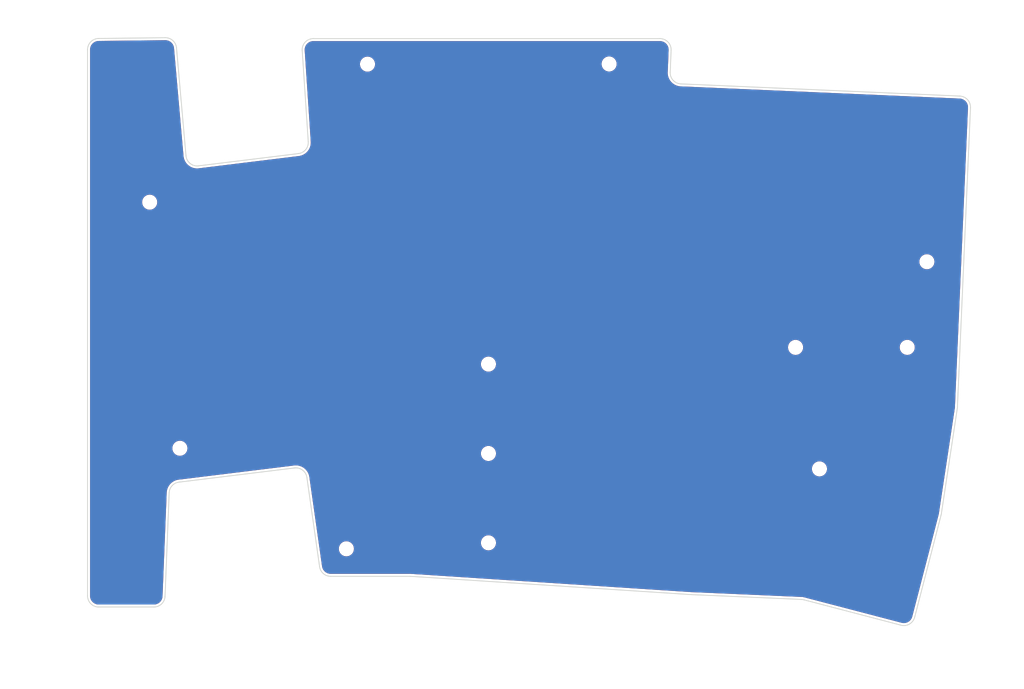
<source format=kicad_pcb>
(kicad_pcb (version 20240108) (generator "pcbnew") (generator_version "8.0")
  (title_block (title "Kivipallur_plate") (rev "1") (company "dresan"))
  (layers (0 "F.Cu" signal) (31 "B.Cu" signal) (34 "B.Paste" user) (35 "F.Paste" user) (36 "B.SilkS" user "B.Silkscreen") (37 "F.SilkS" user "F.Silkscreen") (38 "B.Mask" user) (39 "F.Mask" user) (44 "Edge.Cuts" user))
  (net 0 "")
  (footprint "MountingHole:MountingHole_2.2mm_M2" (layer "F.Cu") (at 162.41879 82.090802)
    (property "Reference" "H4" (hide yes))
    (property "Value" "MountingHole" (hide yes))
    (pad "" np_thru_hole circle (at 0 0) (size 2.2 2.2) (drill 2.2) (layers "*.Cu" "*.Mask"))
  )
  (footprint "MountingHole:MountingHole_2.2mm_M2" (layer "F.Cu") (at 205.686526 82.058936)
    (property "Reference" "H1" (hide yes))
    (property "Value" "MountingHole" (hide yes))
    (pad "" np_thru_hole circle (at 0 0) (size 2.2 2.2) (drill 2.2) (layers "*.Cu" "*.Mask"))
  )
  (footprint "MountingHole:MountingHole_2.2mm_M2" (layer "F.Cu") (at 128.817521 150.882088)
    (property "Reference" "H5" (hide yes))
    (property "Value" "MountingHole" (hide yes))
    (pad "" np_thru_hole circle (at 0 0) (size 2.2 2.2) (drill 2.2) (layers "*.Cu" "*.Mask"))
  )
  (footprint "MountingHole:MountingHole_2.2mm_M2" (layer "F.Cu") (at 184.079709 135.812965)
    (property "Reference" "H7" (hide yes))
    (property "Value" "MountingHole" (hide yes))
    (pad "" np_thru_hole circle (at 0 0) (size 2.2 2.2) (drill 2.2) (layers "*.Cu" "*.Mask"))
  )
  (footprint "MountingHole:MountingHole_2.2mm_M2" (layer "F.Cu") (at 123.406522 106.813039)
    (property "Reference" "H8" (hide yes))
    (property "Value" "MountingHole" (hide yes))
    (pad "" np_thru_hole circle (at 0 0) (size 2.2 2.2) (drill 2.2) (layers "*.Cu" "*.Mask"))
  )
  (footprint "MountingHole:MountingHole_2.2mm_M2" (layer "F.Cu") (at 239.079709 132.812965)
    (property "Reference" "H12" (hide yes))
    (property "Value" "MountingHole" (hide yes))
    (pad "" np_thru_hole circle (at 0 0) (size 2.2 2.2) (drill 2.2) (layers "*.Cu" "*.Mask"))
  )
  (footprint "MountingHole:MountingHole_2.2mm_M2" (layer "F.Cu") (at 184.079709 167.812965)
    (property "Reference" "H3" (hide yes))
    (property "Value" "MountingHole" (hide yes))
    (pad "" np_thru_hole circle (at 0 0) (size 2.2 2.2) (drill 2.2) (layers "*.Cu" "*.Mask"))
  )
  (footprint "MountingHole:MountingHole_2.2mm_M2" (layer "F.Cu") (at 262.595864 117.474995)
    (property "Reference" "H10" (hide yes))
    (property "Value" "MountingHole" (hide yes))
    (pad "" np_thru_hole circle (at 0 0) (size 2.2 2.2) (drill 2.2) (layers "*.Cu" "*.Mask"))
  )
  (footprint "MountingHole:MountingHole_2.2mm_M2" (layer "F.Cu") (at 184.079709 151.812965)
    (property "Reference" "H6" (hide yes))
    (property "Value" "MountingHole" (hide yes))
    (pad "" np_thru_hole circle (at 0 0) (size 2.2 2.2) (drill 2.2) (layers "*.Cu" "*.Mask"))
  )
  (footprint "MountingHole:MountingHole_2.2mm_M2" (layer "F.Cu") (at 158.633477 168.88261)
    (property "Reference" "H2" (hide yes))
    (property "Value" "MountingHole" (hide yes))
    (pad "" np_thru_hole circle (at 0 0) (size 2.2 2.2) (drill 2.2) (layers "*.Cu" "*.Mask"))
  )
  (footprint "MountingHole:MountingHole_2.2mm_M2" (layer "F.Cu") (at 259.079709 132.812965)
    (property "Reference" "H11" (hide yes))
    (property "Value" "MountingHole" (hide yes))
    (pad "" np_thru_hole circle (at 0 0) (size 2.2 2.2) (drill 2.2) (layers "*.Cu" "*.Mask"))
  )
  (footprint "MountingHole:MountingHole_2.2mm_M2" (layer "F.Cu") (at 243.359441 154.571221)
    (property "Reference" "H9" (hide yes))
    (property "Value" "MountingHole" (hide yes))
    (pad "" np_thru_hole circle (at 0 0) (size 2.2 2.2) (drill 2.2) (layers "*.Cu" "*.Mask"))
  )
  (gr_line (start 152.716688 77.512965) (end 214.794583 77.512965) (stroke (width 0.15)) (layer "Edge.Cuts"))
  (gr_line (start 170.014612 173.812965) (end 155.815363 173.812965) (stroke (width 0.15)) (layer "Edge.Cuts"))
  (gr_line (start 257.968268 182.570653) (end 240.542215 178.015445) (stroke (width 0.15)) (layer "Edge.Cuts"))
  (gr_arc (start 149.337998 154.40755) (mid 150.797938 154.804923) (end 151.561807 156.110999) (stroke (width 0.15)) (layer "Edge.Cuts"))
  (gr_line (start 151.804192 95.983404) (end 150.721068 79.645263) (stroke (width 0.15)) (layer "Edge.Cuts"))
  (gr_line (start 132.147689 100.299206) (end 150.052311 98.100794) (stroke (width 0.15)) (layer "Edge.Cuts"))
  (gr_arc (start 150.721068 79.645263) (mid 151.256449 78.146326) (end 152.716688 77.512965) (stroke (width 0.15)) (layer "Edge.Cuts"))
  (gr_line (start 265.140525 162.846283) (end 260.410371 181.136431) (stroke (width 0.15)) (layer "Edge.Cuts"))
  (gr_arc (start 220.376749 177.090164) (mid 220.355334 177.089114) (end 220.333932 177.087834) (stroke (width 0.15)) (layer "Edge.Cuts"))
  (gr_arc (start 114.279709 179.312965) (mid 112.865495 178.727179) (end 112.279709 177.312965) (stroke (width 0.15)) (layer "Edge.Cuts"))
  (gr_arc (start 155.815364 173.812965) (mid 154.504502 173.323476) (end 153.835293 172.094608) (stroke (width 0.15)) (layer "Edge.Cuts"))
  (gr_line (start 153.835293 172.094608) (end 151.561807 156.110999) (stroke (width 0.15)) (layer "Edge.Cuts"))
  (gr_line (start 220.333931 177.087834) (end 170.144668 173.817199) (stroke (width 0.15)) (layer "Edge.Cuts"))
  (gr_arc (start 126.156682 177.393086) (mid 125.543885 178.755227) (end 124.158288 179.312965) (stroke (width 0.15)) (layer "Edge.Cuts"))
  (gr_line (start 126.900044 158.85211) (end 126.156683 177.393087) (stroke (width 0.15)) (layer "Edge.Cuts"))
  (gr_line (start 128.210358 79.173802) (end 129.911663 98.489591) (stroke (width 0.15)) (layer "Edge.Cuts"))
  (gr_line (start 240.123645 177.952331) (end 220.376749 177.090163) (stroke (width 0.15)) (layer "Edge.Cuts"))
  (gr_arc (start 265.181686 162.644965) (mid 265.163693 162.746153) (end 265.140525 162.846283) (stroke (width 0.15)) (layer "Edge.Cuts"))
  (gr_arc (start 260.410371 181.13643) (mid 259.486905 182.360251) (end 257.968268 182.570653) (stroke (width 0.15)) (layer "Edge.Cuts"))
  (gr_arc (start 126.194566 77.349417) (mid 127.560129 77.866417) (end 128.210358 79.173802) (stroke (width 0.15)) (layer "Edge.Cuts"))
  (gr_arc (start 240.123645 177.952331) (mid 240.334604 177.972783) (end 240.542215 178.015445) (stroke (width 0.15)) (layer "Edge.Cuts"))
  (gr_arc (start 218.539377 85.622962) (mid 217.153387 84.977493) (end 216.628351 83.541549) (stroke (width 0.15)) (layer "Edge.Cuts"))
  (gr_arc (start 214.794584 77.512965) (mid 216.237953 78.128522) (end 216.792847 79.596282) (stroke (width 0.15)) (layer "Edge.Cuts"))
  (gr_arc (start 268.495706 87.804103) (mid 269.883022 88.451019) (end 270.406563 89.889438) (stroke (width 0.15)) (layer "Edge.Cuts"))
  (gr_line (start 270.406563 89.889438) (end 268.064497 143.531579) (stroke (width 0.15)) (layer "Edge.Cuts"))
  (gr_arc (start 268.064497 143.531578) (mid 268.057007 143.637955) (end 268.043857 143.743782) (stroke (width 0.15)) (layer "Edge.Cuts"))
  (gr_line (start 268.043857 143.743782) (end 265.181687 162.644965) (stroke (width 0.15)) (layer "Edge.Cuts"))
  (gr_line (start 124.158288 179.312965) (end 114.279709 179.312965) (stroke (width 0.15)) (layer "Edge.Cuts"))
  (gr_arc (start 151.804192 95.983405) (mid 151.349519 97.390647) (end 150.052311 98.100794) (stroke (width 0.15)) (layer "Edge.Cuts"))
  (gr_arc (start 112.279709 79.489597) (mid 112.857209 78.083718) (end 114.256204 77.489735) (stroke (width 0.15)) (layer "Edge.Cuts"))
  (gr_arc (start 132.147689 100.299205) (mid 130.645765 99.868773) (end 129.911663 98.489591) (stroke (width 0.15)) (layer "Edge.Cuts"))
  (gr_line (start 218.539376 85.622962) (end 268.495706 87.804102) (stroke (width 0.15)) (layer "Edge.Cuts"))
  (gr_line (start 149.337998 154.407549) (end 128.6547 156.947139) (stroke (width 0.15)) (layer "Edge.Cuts"))
  (gr_arc (start 126.900045 158.85211) (mid 127.427379 157.577248) (end 128.6547 156.947139) (stroke (width 0.15)) (layer "Edge.Cuts"))
  (gr_line (start 114.256204 77.489735) (end 126.194566 77.349417) (stroke (width 0.15)) (layer "Edge.Cuts"))
  (gr_line (start 216.792847 79.596282) (end 216.628351 83.541549) (stroke (width 0.15)) (layer "Edge.Cuts"))
  (gr_arc (start 170.014612 173.812966) (mid 170.079674 173.814025) (end 170.144668 173.817199) (stroke (width 0.15)) (layer "Edge.Cuts"))
  (gr_line (start 112.279709 177.312965) (end 112.279709 79.489597) (stroke (width 0.15)) (layer "Edge.Cuts"))
  (zone (net 0) (net_name "") (layers "F&B.Cu") (connect_pads (clearance 0.508)) (min_thickness 0.25) (fill yes (thermal_gap 0.5) (thermal_bridge_width 0.5) (island_removal_mode 1) (island_area_min 10))
    (polygon (pts (xy 280 72.6) (xy 96.6 70.6) (xy 101.5 190.8) (xy 276.7 194)))
  )
)
</source>
